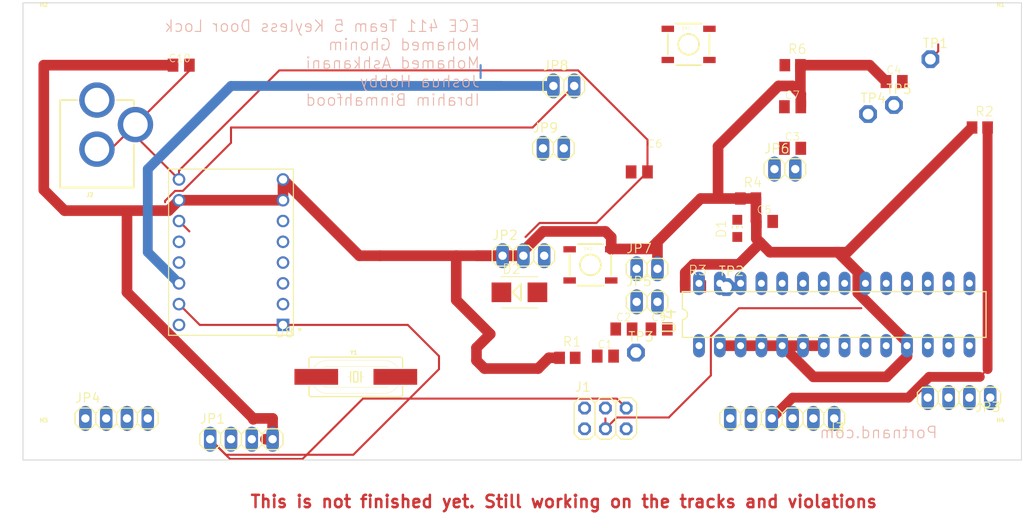
<source format=kicad_pcb>
(kicad_pcb (version 20211014) (generator pcbnew)
  (title_block (title "Keypad Door Lock PCB") (rev "1") (company "ECE 411 Team 5 Practicum"))
  (layers (0 "F.Cu" signal) (31 "B.Cu" signal) (34 "B.Paste" user) (35 "F.Paste" user) (36 "B.SilkS" user "B.Silkscreen") (37 "F.SilkS" user "F.Silkscreen") (38 "B.Mask" user) (39 "F.Mask" user) (44 "Edge.Cuts" user))
  (net 0 "")
  (net 1 "+5V")
  (net 2 "GND")
  (net 3 "Net-(C6-Pad1)")
  (net 4 "Net-(C9-Pad1)")
  (net 5 "Net-(J1-Pad5)")
  (net 6 "Net-(J3-Pad4)")
  (net 7 "Net-(C2-Pad2)")
  (net 8 "Net-(C1-Pad2)")
  (net 9 "Net-(J3-Pad5)")
  (net 10 "Net-(JP3-Pad4)")
  (net 11 "Net-(JP3-Pad3)")
  (net 12 "Net-(JP3-Pad2)")
  (net 13 "Net-(JP3-Pad1)")
  (net 14 "Net-(C3-Pad1)")
  (net 19 "Net-(D1-Pad2)")
  (net 20 "Net-(JP4-Pad4)")
  (net 21 "Net-(J1-Pad4)")
  (net 22 "Net-(J1-Pad1)")
  (net 28 "Net-(J1-Pad3)")
  (net 29 "Net-(JP1-Pad3)")
  (net 30 "Net-(JP1-Pad2)")
  (net 31 "Net-(JP8-Pad2)")
  (net 32 "Net-(JP9-Pad1)")
  (net 33 "Net-(JP9-Pad2)")
  (net 34 "Net-(JP8-Pad1)")
  (net 35 "+12V")
  (footprint "Keyless_Door:1X03" (layer "F.Cu") (at 139.8462 79.174)
    (fp_text reference "JP2" (at -3.8862 -1.8288) (layer "F.SilkS") (effects (font (size 1.143 1.143) (thickness 0.127)) (justify left bottom)))
    (fp_text value "VCC.1 | IN1 | GND")
    (pad "1" thru_hole oval (at -2.54 0 90) (size 3.048 1.524) (drill 1.016) (layers *.Cu *.Mask) (net 1 "+5V"))
    (pad "2" thru_hole oval (at 0 0 90) (size 3.048 1.524) (drill 1.016) (layers *.Cu *.Mask) (net 1 "+5V"))
    (pad "3" thru_hole oval (at 2.54 0 90) (size 3.048 1.524) (drill 1.016) (layers *.Cu *.Mask) (net 2 "GND"))
  )
  (footprint "Keyless_Door:R0805" (layer "F.Cu") (at 160.5584 82.9284)
    (fp_text reference "R3" (at -0.635 -1.27) (layer "F.SilkS") (effects (font (size 1.1684 1.1684) (thickness 0.1016)) (justify left bottom)))
    (fp_text value "1K")
    (pad "1" smd rect (at -0.95 0) (size 1.3 1.5) (layers "F.Cu" "F.Paste" "F.Mask") (net 1 "+5V"))
    (pad "2" smd rect (at 0.95 0) (size 1.3 1.5) (layers "F.Cu" "F.Paste" "F.Mask") (net 9 "Net-(J3-Pad5)"))
  )
  (footprint "Keyless_Door:P1-13" (layer "F.Cu") (at 189.5395 55.1495)
    (fp_text reference "TP1" (at -1.016 -1.27) (layer "F.SilkS") (effects (font (size 1.143 1.143) (thickness 0.127)) (justify left bottom)))
    (fp_text value "TestPoint")
    (pad "TP" thru_hole roundrect (at 0 0) (size 2.159 2.159) (drill 1.3208) (layers *.Cu *.Mask) (chamfer_ratio 0.2928932188) (chamfer top_left top_right bottom_left bottom_right))
  )
  (footprint "Keyless_Door:2X03" (layer "F.Cu") (at 149.86 99.06)
    (property "Value" "")
    (fp_text reference "J1" (at -3.81 -3.175) (layer "F.SilkS") (effects (font (size 1.143 1.143) (thickness 0.127)) (justify left bottom)))
    (fp_text value "3x2 M")
    (pad "1" thru_hole roundrect (at -2.54 1.27) (size 1.55 1.55) (drill 0.95) (layers *.Cu *.Mask) (chamfer_ratio 0.2928932188) (chamfer top_left top_right bottom_left bottom_right) (net 22 "Net-(J1-Pad1)"))
    (pad "2" thru_hole roundrect (at -2.54 -1.27) (size 1.55 1.55) (drill 0.95) (layers *.Cu *.Mask) (chamfer_ratio 0.2928932188) (chamfer top_left top_right bottom_left bottom_right) (net 1 "+5V"))
    (pad "3" thru_hole roundrect (at 0 1.27) (size 1.55 1.55) (drill 0.95) (layers *.Cu *.Mask) (chamfer_ratio 0.2928932188) (chamfer top_left top_right bottom_left bottom_right) (net 28 "Net-(J1-Pad3)"))
    (pad "4" thru_hole roundrect (at 0 -1.27) (size 1.55 1.55) (drill 0.95) (layers *.Cu *.Mask) (chamfer_ratio 0.2928932188) (chamfer top_left top_right bottom_left bottom_right) (net 21 "Net-(J1-Pad4)"))
    (pad "5" thru_hole roundrect (at 2.54 1.27) (size 1.55 1.55) (drill 0.95) (layers *.Cu *.Mask) (chamfer_ratio 0.2928932188) (chamfer top_left top_right bottom_left bottom_right) (net 5 "Net-(J1-Pad5)"))
    (pad "6" thru_hole roundrect (at 2.54 -1.27) (size 1.55 1.55) (drill 0.95) (layers *.Cu *.Mask) (chamfer_ratio 0.2928932188) (chamfer top_left top_right bottom_left bottom_right) (net 2 "GND"))
  )
  (footprint "Keyless_Door:1X04" (layer "F.Cu") (at 90.17 99.06)
    (fp_text reference "JP4" (at -5.1562 -1.8288) (layer "F.SilkS") (effects (font (size 1.143 1.143) (thickness 0.127)) (justify left bottom)))
    (fp_text value "PINHD-1X4")
    (pad "1" thru_hole oval (at -3.81 0 90) (size 3.048 1.524) (drill 1.016) (layers *.Cu *.Mask) (net 28 "Net-(J1-Pad3)"))
    (pad "2" thru_hole oval (at -1.27 0 90) (size 3.048 1.524) (drill 1.016) (layers *.Cu *.Mask) (net 22 "Net-(J1-Pad1)"))
    (pad "3" thru_hole oval (at 1.27 0 90) (size 3.048 1.524) (drill 1.016) (layers *.Cu *.Mask) (net 21 "Net-(J1-Pad4)"))
    (pad "4" thru_hole oval (at 3.81 0 90) (size 3.048 1.524) (drill 1.016) (layers *.Cu *.Mask) (net 20 "Net-(JP4-Pad4)"))
  )
  (footprint "Keyless_Door:P1-13" (layer "F.Cu") (at 153.5895 91.0095)
    (fp_text reference "TP3" (at -1.016 -1.27) (layer "F.SilkS") (effects (font (size 1.143 1.143) (thickness 0.127)) (justify left bottom)))
    (fp_text value "TestPoint")
    (pad "TP" thru_hole roundrect (at 0 0) (size 2.159 2.159) (drill 1.3208) (layers *.Cu *.Mask) (chamfer_ratio 0.2928932188) (chamfer top_left top_right bottom_left bottom_right))
  )
  (footprint "Keyless_Door:C0805K" (layer "F.Cu") (at 154 68.93)
    (fp_text reference "C6" (at 0.94 -2.89) (layer "F.SilkS") (effects (font (size 0.93472 0.93472) (thickness 0.08128)) (justify left bottom)))
    (fp_text value "10u")
    (pad "1" smd rect (at -1 0) (size 1.3 1.6) (layers "F.Cu" "F.Paste" "F.Mask") (net 3 "Net-(C6-Pad1)"))
    (pad "2" smd rect (at 1 0) (size 1.3 1.6) (layers "F.Cu" "F.Paste" "F.Mask") (net 2 "GND"))
  )
  (footprint "Keyless_Door:C0805K" (layer "F.Cu") (at 172.72 60.96)
    (fp_text reference "C7" (at -1 -0.875) (layer "F.SilkS") (effects (font (size 0.93472 0.93472) (thickness 0.08128)) (justify left bottom)))
    (fp_text value "100u")
    (pad "1" smd rect (at -1 0) (size 1.3 1.6) (layers "F.Cu" "F.Paste" "F.Mask") (net 2 "GND"))
    (pad "2" smd rect (at 1 0) (size 1.3 1.6) (layers "F.Cu" "F.Paste" "F.Mask") (net 1 "+5V"))
  )
  (footprint "Keyless_Door:C0805K" (layer "F.Cu") (at 98.06 55.88)
    (fp_text reference "C10" (at -1.6 -0.29) (layer "F.SilkS") (effects (font (size 0.93472 0.93472) (thickness 0.08128)) (justify left bottom)))
    (fp_text value "100n")
    (pad "1" smd rect (at -1 0) (size 1.3 1.6) (layers "F.Cu" "F.Paste" "F.Mask") (net 1 "+5V"))
    (pad "2" smd rect (at 1 0) (size 1.3 1.6) (layers "F.Cu" "F.Paste" "F.Mask") (net 2 "GND"))
  )
  (footprint "Keyless_Door:P1-13" (layer "F.Cu") (at 185.0895 60.7595)
    (fp_text reference "TP5" (at -1.016 -1.27) (layer "F.SilkS") (effects (font (size 1.143 1.143) (thickness 0.127)) (justify left bottom)))
    (fp_text value "TestPoint")
    (pad "TP" thru_hole roundrect (at 0 0) (size 2.159 2.159) (drill 1.3208) (layers *.Cu *.Mask) (chamfer_ratio 0.2928932188) (chamfer top_left top_right bottom_left bottom_right))
  )
  (footprint "Keyless_Door:C0805K" (layer "F.Cu") (at 152.12 88.13)
    (fp_text reference "C2" (at -1 -0.875) (layer "F.SilkS") (effects (font (size 0.93472 0.93472) (thickness 0.08128)) (justify left bottom)))
    (fp_text value "30p")
    (pad "1" smd rect (at -1 0) (size 1.3 1.6) (layers "F.Cu" "F.Paste" "F.Mask") (net 2 "GND"))
    (pad "2" smd rect (at 1 0) (size 1.3 1.6) (layers "F.Cu" "F.Paste" "F.Mask") (net 7 "Net-(C2-Pad2)"))
  )
  (footprint "Keyless_Door:STAND-OFF" (layer "F.Cu") (at 81.28 101.6)
    (fp_text reference "H3" (at 0 -2.032) (layer "F.SilkS") (effects (font (size 0.48768 0.48768) (thickness 0.12192)) (justify bottom)))
    (fp_text value "STAND-OFF")
    (pad "" np_thru_hole circle (at 0 0) (size 3.302 3.302) (drill 3.302) (layers *.Cu *.Mask))
  )
  (footprint "Keyless_Door:P1-13" (layer "F.Cu") (at 181.9395 61.8595)
    (fp_text reference "TP4" (at -1.016 -1.27) (layer "F.SilkS") (effects (font (size 1.143 1.143) (thickness 0.127)) (justify left bottom)))
    (fp_text value "TestPoint")
    (pad "TP" thru_hole roundrect (at 0 0) (size 2.159 2.159) (drill 1.3208) (layers *.Cu *.Mask) (chamfer_ratio 0.2928932188) (chamfer top_left top_right bottom_left bottom_right))
  )
  (footprint "Keyless_Door:R0805" (layer "F.Cu") (at 145.2184 91.6484)
    (fp_text reference "R1" (at -0.635 -1.27) (layer "F.SilkS") (effects (font (size 1.1684 1.1684) (thickness 0.1016)) (justify left bottom)))
    (fp_text value "10K")
    (pad "1" smd rect (at -0.95 0) (size 1.3 1.5) (layers "F.Cu" "F.Paste" "F.Mask") (net 1 "+5V"))
    (pad "2" smd rect (at 0.95 0) (size 1.3 1.5) (layers "F.Cu" "F.Paste" "F.Mask") (net 5 "Net-(J1-Pad5)"))
  )
  (footprint "Keyless_Door:C0805K" (layer "F.Cu") (at 149.86 91.44)
    (fp_text reference "C1" (at -1 -0.875) (layer "F.SilkS") (effects (font (size 0.93472 0.93472) (thickness 0.08128)) (justify left bottom)))
    (fp_text value "30p")
    (pad "1" smd rect (at -1 0) (size 1.3 1.6) (layers "F.Cu" "F.Paste" "F.Mask") (net 2 "GND"))
    (pad "2" smd rect (at 1 0) (size 1.3 1.6) (layers "F.Cu" "F.Paste" "F.Mask") (net 8 "Net-(C1-Pad2)"))
  )
  (footprint "Keyless_Door:TACTILE_SWITCH_SMD" (layer "F.Cu") (at 160.02 53.34)
    (fp_text reference "SW1" (at -0.889 -1.778) (layer "F.SilkS") (effects (font (size 0.373888 0.373888) (thickness 0.032512)) (justify left bottom)))
    (fp_text value "Reset")
    (pad "1" smd rect (at -2.54 -1.905 90) (size 0.762 1.524) (layers "F.Cu" "F.Paste" "F.Mask") (net 2 "GND"))
    (pad "2" smd rect (at 2.54 -1.905 90) (size 0.762 1.524) (layers "F.Cu" "F.Paste" "F.Mask") (net 5 "Net-(J1-Pad5)"))
    (pad "3" smd rect (at -2.54 1.905 90) (size 0.762 1.524) (layers "F.Cu" "F.Paste" "F.Mask"))
    (pad "4" smd rect (at 2.54 1.905 90) (size 0.762 1.524) (layers "F.Cu" "F.Paste" "F.Mask"))
  )
  (footprint "Keyless_Door:C0805K" (layer "F.Cu") (at 156.42 88.13)
    (fp_text reference "C9" (at -1 -0.875) (layer "F.SilkS") (effects (font (size 0.93472 0.93472) (thickness 0.08128)) (justify left bottom)))
    (fp_text value "100u")
    (pad "1" smd rect (at -1 0) (size 1.3 1.6) (layers "F.Cu" "F.Paste" "F.Mask") (net 4 "Net-(C9-Pad1)"))
    (pad "2" smd rect (at 1 0) (size 1.3 1.6) (layers "F.Cu" "F.Paste" "F.Mask") (net 2 "GND"))
  )
  (footprint "Keyless_Door:MODULE_A4988_STEPPER_MOTOR_DRIVER_CARRIER" (layer "F.Cu") (at 104.14 78.74 180)
    (fp_text reference "U8" (at -7.75 -10.5) (layer "F.SilkS") (effects (font (size 1.1684 1.1684) (thickness 0.1016)) (justify right bottom)))
    (fp_text value "A4988_STEPPER_MOTOR_DRIVER_CARRIER")
    (pad "1" thru_hole rect (at -6.35 -8.89 180) (size 1.53 1.53) (drill 1.02) (layers *.Cu *.Mask) (net 2 "GND"))
    (pad "2" thru_hole circle (at -6.35 -6.35 180) (size 1.53 1.53) (drill 1.02) (layers *.Cu *.Mask))
    (pad "3" thru_hole circle (at -6.35 -3.81 180) (size 1.53 1.53) (drill 1.02) (layers *.Cu *.Mask))
    (pad "4" thru_hole circle (at -6.35 -1.27 180) (size 1.53 1.53) (drill 1.02) (layers *.Cu *.Mask))
    (pad "5" thru_hole circle (at -6.35 1.27 180) (size 1.53 1.53) (drill 1.02) (layers *.Cu *.Mask))
    (pad "6" thru_hole circle (at -6.35 3.81 180) (size 1.53 1.53) (drill 1.02) (layers *.Cu *.Mask))
    (pad "7" thru_hole circle (at -6.35 6.35 180) (size 1.53 1.53) (drill 1.02) (layers *.Cu *.Mask) (net 1 "+5V"))
    (pad "8" thru_hole circle (at -6.35 8.89 180) (size 1.53 1.53) (drill 1.02) (layers *.Cu *.Mask) (net 1 "+5V"))
    (pad "9" thru_hole circle (at 6.35 8.89) (size 1.53 1.53) (drill 1.02) (layers *.Cu *.Mask) (net 2 "GND"))
    (pad "10" thru_hole circle (at 6.35 6.35) (size 1.53 1.53) (drill 1.02) (layers *.Cu *.Mask) (net 1 "+5V"))
    (pad "11" thru_hole circle (at 6.35 3.81) (size 1.53 1.53) (drill 1.02) (layers *.Cu *.Mask) (net 31 "Net-(JP8-Pad2)"))
    (pad "12" thru_hole circle (at 6.35 1.27) (size 1.53 1.53) (drill 1.02) (layers *.Cu *.Mask) (net 32 "Net-(JP9-Pad1)"))
    (pad "13" thru_hole circle (at 6.35 -1.27) (size 1.53 1.53) (drill 1.02) (layers *.Cu *.Mask) (net 33 "Net-(JP9-Pad2)"))
    (pad "14" thru_hole circle (at 6.35 -3.81) (size 1.53 1.53) (drill 1.02) (layers *.Cu *.Mask) (net 34 "Net-(JP8-Pad1)"))
    (pad "15" thru_hole circle (at 6.35 -6.35) (size 1.53 1.53) (drill 1.02) (layers *.Cu *.Mask) (net 2 "GND"))
    (pad "16" thru_hole circle (at 6.35 -8.89) (size 1.53 1.53) (drill 1.02) (layers *.Cu *.Mask) (net 4 "Net-(C9-Pad1)"))
  )
  (footprint "Keyless_Door:HC49UP" (layer "F.Cu") (at 119.38 93.98)
    (fp_text reference "Y1" (at -0.254 -2.667) (layer "F.SilkS") (effects (font (size 0.48768 0.48768) (thickness 0.12192)) (justify bottom)))
    (fp_text value "Crystal")
    (pad "1" smd rect (at -4.826 0) (size 5.334 1.9304) (layers "F.Cu" "F.Paste" "F.Mask") (net 7 "Net-(C2-Pad2)"))
    (pad "2" smd rect (at 4.826 0) (size 5.334 1.9304) (layers "F.Cu" "F.Paste" "F.Mask") (net 8 "Net-(C1-Pad2)"))
  )
  (footprint "Keyless_Door:C0805K" (layer "F.Cu") (at 169.29 74.98)
    (fp_text reference "C5" (at -1 -0.875) (layer "F.SilkS") (effects (font (size 0.93472 0.93472) (thickness 0.08128)) (justify left bottom)))
    (fp_text value "100n")
    (pad "1" smd rect (at -1 0) (size 1.3 1.6) (layers "F.Cu" "F.Paste" "F.Mask") (net 1 "+5V"))
    (pad "2" smd rect (at 1 0) (size 1.3 1.6) (layers "F.Cu" "F.Paste" "F.Mask") (net 2 "GND"))
  )
  (footprint "Keyless_Door:P1-13" (layer "F.Cu") (at 164.6295 82.9995)
    (fp_text reference "TP2" (at -1.016 -1.27) (layer "F.SilkS") (effects (font (size 1.143 1.143) (thickness 0.127)) (justify left bottom)))
    (fp_text value "TestPoint")
    (pad "TP" thru_hole roundrect (at 0 0) (size 2.159 2.159) (drill 1.3208) (layers *.Cu *.Mask) (chamfer_ratio 0.2928932188) (chamfer top_left top_right bottom_left bottom_right))
  )
  (footprint "Keyless_Door:C0805K" (layer "F.Cu") (at 172.72 66.04)
    (fp_text reference "C3" (at -1 -0.875) (layer "F.SilkS") (effects (font (size 0.93472 0.93472) (thickness 0.08128)) (justify left bottom)))
    (fp_text value "100n")
    (pad "1" smd rect (at -1 0) (size 1.3 1.6) (layers "F.Cu" "F.Paste" "F.Mask") (net 14 "Net-(C3-Pad1)"))
    (pad "2" smd rect (at 1 0) (size 1.3 1.6) (layers "F.Cu" "F.Paste" "F.Mask") (net 2 "GND"))
  )
  (footprint "Keyless_Door:1X02" (layer "F.Cu") (at 154.9462 84.814)
    (fp_text reference "JP5" (at -2.6162 -1.8288) (layer "F.SilkS") (effects (font (size 1.143 1.143) (thickness 0.127)) (justify left bottom)))
    (fp_text value "COM | NO")
    (pad "1" thru_hole oval (at -1.27 0 90) (size 3.048 1.524) (drill 1.016) (layers *.Cu *.Mask) (net 4 "Net-(C9-Pad1)"))
    (pad "2" thru_hole oval (at 1.27 0 90) (size 3.048 1.524) (drill 1.016) (layers *.Cu *.Mask) (net 35 "+12V"))
  )
  (footprint "Keyless_Door:STAND-OFF" (layer "F.Cu") (at 198.12 50.8)
    (fp_text reference "H1" (at 0 -2.032) (layer "F.SilkS") (effects (font (size 0.48768 0.48768) (thickness 0.12192)) (justify bottom)))
    (fp_text value "STAND-OFF")
    (pad "" np_thru_hole circle (at 0 0) (size 3.302 3.302) (drill 3.302) (layers *.Cu *.Mask))
  )
  (footprint "Keyless_Door:1X04" (layer "F.Cu") (at 105.41 101.6)
    (fp_text reference "JP1" (at -5.1562 -1.8288) (layer "F.SilkS") (effects (font (size 1.143 1.143) (thickness 0.127)) (justify left bottom)))
    (fp_text value "1x4 Pin Conn.")
    (pad "1" thru_hole oval (at -3.81 0 90) (size 3.048 1.524) (drill 1.016) (layers *.Cu *.Mask) (net 2 "GND"))
    (pad "2" thru_hole oval (at -1.27 0 90) (size 3.048 1.524) (drill 1.016) (layers *.Cu *.Mask) (net 30 "Net-(JP1-Pad2)"))
    (pad "3" thru_hole oval (at 1.27 0 90) (size 3.048 1.524) (drill 1.016) (layers *.Cu *.Mask) (net 29 "Net-(JP1-Pad3)"))
    (pad "4" thru_hole oval (at 3.81 0 90) (size 3.048 1.524) (drill 1.016) (layers *.Cu *.Mask) (net 1 "+5V"))
  )
  (footprint "Keyless_Door:R0805" (layer "F.Cu") (at 172.72 55.88)
    (fp_text reference "R6" (at -0.635 -1.27) (layer "F.SilkS") (effects (font (size 1.1684 1.1684) (thickness 0.1016)) (justify left bottom)))
    (fp_text value "1k")
    (pad "1" smd rect (at -0.95 0) (size 1.3 1.5) (layers "F.Cu" "F.Paste" "F.Mask") (net 19 "Net-(D1-Pad2)"))
    (pad "2" smd rect (at 0.95 0) (size 1.3 1.5) (layers "F.Cu" "F.Paste" "F.Mask") (net 1 "+5V"))
  )
  (footprint "Keyless_Door:1X02" (layer "F.Cu") (at 144.78 58.42)
    (fp_text reference "JP8" (at -2.6162 -1.8288) (layer "F.SilkS") (effects (font (size 1.143 1.143) (thickness 0.127)) (justify left bottom)))
    (fp_text value "2B+ & 1B-")
    (pad "1" thru_hole oval (at -1.27 0 90) (size 3.048 1.524) (drill 1.016) (layers *.Cu *.Mask) (net 34 "Net-(JP8-Pad1)"))
    (pad "2" thru_hole oval (at 1.27 0 90) (size 3.048 1.524) (drill 1.016) (layers *.Cu *.Mask) (net 31 "Net-(JP8-Pad2)"))
  )
  (footprint "Keyless_Door:1X06" (layer "F.Cu") (at 171.45 99.06 180)
    (property "Value" "")
    (fp_text reference "J3" (at -7.6962 -1.8288) (layer "F.SilkS") (effects (font (size 1.143 1.143) (thickness 0.127)) (justify right bottom)))
    (fp_text value "1x6 M")
    (pad "1" thru_hole oval (at -6.35 0 270) (size 3.048 1.524) (drill 1.016) (layers *.Cu *.Mask) (net 2 "GND"))
    (pad "2" thru_hole oval (at -3.81 0 270) (size 3.048 1.524) (drill 1.016) (layers *.Cu *.Mask))
    (pad "3" thru_hole oval (at -1.27 0 270) (size 3.048 1.524) (drill 1.016) (layers *.Cu *.Mask) (net 6 "Net-(J3-Pad4)"))
    (pad "4" thru_hole oval (at 1.27 0 270) (size 3.048 1.524) (drill 1.016) (layers *.Cu *.Mask) (net 6 "Net-(J3-Pad4)"))
    (pad "5" thru_hole oval (at 3.81 0 270) (size 3.048 1.524) (drill 1.016) (layers *.Cu *.Mask) (net 9 "Net-(J3-Pad5)"))
    (pad "6" thru_hole oval (at 6.35 0 270) (size 3.048 1.524) (drill 1.016) (layers *.Cu *.Mask))
  )
  (footprint "Keyless_Door:TACTILE_SWITCH_SMD" (layer "F.Cu") (at 148.032 80.2916)
    (fp_text reference "SW2" (at -0.889 -1.778) (layer "F.SilkS") (effects (font (size 0.373888 0.373888) (thickness 0.032512)) (justify left bottom)))
    (fp_text value "Open")
    (pad "1" smd rect (at -2.54 -1.905 90) (size 0.762 1.524) (layers "F.Cu" "F.Paste" "F.Mask") (net 2 "GND"))
    (pad "2" smd rect (at 2.54 -1.905 90) (size 0.762 1.524) (layers "F.Cu" "F.Paste" "F.Mask") (net 1 "+5V"))
    (pad "3" smd rect (at -2.54 1.905 90) (size 0.762 1.524) (layers "F.Cu" "F.Paste" "F.Mask"))
    (pad "4" smd rect (at 2.54 1.905 90) (size 0.762 1.524) (layers "F.Cu" "F.Paste" "F.Mask"))
  )
  (footprint "Keyless_Door:C0805K" (layer "F.Cu") (at 185.12 57.88)
    (fp_text reference "C4" (at -1 -0.875) (layer "F.SilkS") (effects (font (size 0.93472 0.93472) (thickness 0.08128)) (justify left bottom)))
    (fp_text value "100n")
    (pad "1" smd rect (at -1 0) (size 1.3 1.6) (layers "F.Cu" "F.Paste" "F.Mask") (net 1 "+5V"))
    (pad "2" smd rect (at 1 0) (size 1.3 1.6) (layers "F.Cu" "F.Paste" "F.Mask") (net 2 "GND"))
  )
  (footprint "Keyless_Door:CHIP-LED0805" (layer "F.Cu") (at 165.9658 75.83)
    (fp_text reference "D1" (at -1.27 1.27 90) (layer "F.SilkS") (effects (font (size 1.1684 1.1684) (thickness 0.1016)) (justify left bottom)))
    (fp_text value "LED")
    (pad "A" smd rect (at 0 1.05) (size 1.2 1.2) (layers "F.Cu" "F.Paste" "F.Mask"))
    (pad "C" smd rect (at 0 -1.05) (size 1.2 1.2) (layers "F.Cu" "F.Paste" "F.Mask"))
  )
  (footprint "Keyless_Door:R0805" (layer "F.Cu") (at 167.2884 72.1784)
    (fp_text reference "R4" (at -0.635 -1.27) (layer "F.SilkS") (effects (font (size 1.1684 1.1684) (thickness 0.1016)) (justify left bottom)))
    (fp_text value "10K")
    (pad "1" smd rect (at -0.95 0) (size 1.3 1.5) (layers "F.Cu" "F.Paste" "F.Mask") (net 1 "+5V"))
    (pad "2" smd rect (at 0.95 0) (size 1.3 1.5) (layers "F.Cu" "F.Paste" "F.Mask") (net 1 "+5V"))
  )
  (footprint "Keyless_Door:1X02" (layer "F.Cu") (at 171.7762 68.584)
    (fp_text reference "JP6" (at -2.6162 -1.8288) (layer "F.SilkS") (effects (font (size 1.143 1.143) (thickness 0.127)) (justify left bottom)))
    (fp_text value "IN- & IN+")
    (pad "1" thru_hole oval (at -1.27 0 90) (size 3.048 1.524) (drill 1.016) (layers *.Cu *.Mask) (net 3 "Net-(C6-Pad1)"))
    (pad "2" thru_hole oval (at 1.27 0 90) (size 3.048 1.524) (drill 1.016) (layers *.Cu *.Mask) (net 2 "GND"))
  )
  (footprint "Keyless_Door:STAND-OFF" (layer "F.Cu") (at 81.28 50.8)
    (fp_text reference "H2" (at 0 -2.032) (layer "F.SilkS") (effects (font (size 0.48768 0.48768) (thickness 0.12192)) (justify bottom)))
    (fp_text value "STAND-OFF")
    (pad "" np_thru_hole circle (at 0 0) (size 3.302 3.302) (drill 3.302) (layers *.Cu *.Mask))
  )
  (footprint "Keyless_Door:R0805" (layer "F.Cu") (at 195.58 63.5)
    (fp_text reference "R2" (at -0.635 -1.27) (layer "F.SilkS") (effects (font (size 1.1684 1.1684) (thickness 0.1016)) (justify left bottom)))
    (fp_text value "1K")
    (pad "1" smd rect (at -0.95 0) (size 1.3 1.5) (layers "F.Cu" "F.Paste" "F.Mask") (net 1 "+5V"))
    (pad "2" smd rect (at 0.95 0) (size 1.3 1.5) (layers "F.Cu" "F.Paste" "F.Mask") (net 6 "Net-(J3-Pad4)"))
  )
  (footprint "Keyless_Door:STAND-OFF" (layer "F.Cu") (at 198.12 101.6)
    (fp_text reference "H4" (at 0 -2.032) (layer "F.SilkS") (effects (font (size 0.48768 0.48768) (thickness 0.12192)) (justify bottom)))
    (fp_text value "STAND-OFF")
    (pad "" np_thru_hole circle (at 0 0) (size 3.302 3.302) (drill 3.302) (layers *.Cu *.Mask))
  )
  (footprint "Keyless_Door:DIL28-3" (layer "F.Cu") (at 177.8 86.36)
    (fp_text reference "U4" (at -19.2024 2.54 90) (layer "F.SilkS") (effects (font (size 1.6002 1.6002) (thickness 0.1778)) (justify left bottom)))
    (fp_text value "ATMEGA328P-PU")
    (pad "1" thru_hole oval (at -16.51 3.81 90) (size 2.8448 1.4224) (drill 0.85) (layers *.Cu *.Mask) (net 5 "Net-(J1-Pad5)"))
    (pad "2" thru_hole oval (at -13.97 3.81 90) (size 2.8448 1.4224) (drill 0.85) (layers *.Cu *.Mask) (net 1 "+5V"))
    (pad "3" thru_hole oval (at -11.43 3.81 90) (size 2.8448 1.4224) (drill 0.85) (layers *.Cu *.Mask) (net 1 "+5V"))
    (pad "4" thru_hole oval (at -8.89 3.81 90) (size 2.8448 1.4224) (drill 0.85) (layers *.Cu *.Mask) (net 1 "+5V"))
    (pad "5" thru_hole oval (at -6.35 3.81 90) (size 2.8448 1.4224) (drill 0.85) (layers *.Cu *.Mask) (net 1 "+5V"))
    (pad "6" thru_hole oval (at -3.81 3.81 90) (size 2.8448 1.4224) (drill 0.85) (layers *.Cu *.Mask) (net 1 "+5V"))
    (pad "7" thru_hole oval (at -1.27 3.81 90) (size 2.8448 1.4224) (drill 0.85) (layers *.Cu *.Mask) (net 1 "+5V"))
    (pad "8" thru_hole oval (at 1.27 3.81 90) (size 2.8448 1.4224) (drill 0.85) (layers *.Cu *.Mask) (net 2 "GND"))
    (pad "9" thru_hole oval (at 3.81 3.81 90) (size 2.8448 1.4224) (drill 0.85) (layers *.Cu *.Mask) (net 7 "Net-(C2-Pad2)"))
    (pad "10" thru_hole oval (at 6.35 3.81 90) (size 2.8448 1.4224) (drill 0.85) (layers *.Cu *.Mask) (net 8 "Net-(C1-Pad2)"))
    (pad "11" thru_hole oval (at 8.89 3.81 90) (size 2.8448 1.4224) (drill 0.85) (layers *.Cu *.Mask) (net 1 "+5V"))
    (pad "12" thru_hole oval (at 11.43 3.81 90) (size 2.8448 1.4224) (drill 0.85) (layers *.Cu *.Mask) (net 10 "Net-(JP3-Pad4)"))
    (pad "13" thru_hole oval (at 13.97 3.81 90) (size 2.8448 1.4224) (drill 0.85) (layers *.Cu *.Mask) (net 11 "Net-(JP3-Pad3)"))
    (pad "14" thru_hole oval (at 16.51 3.81 90) (size 2.8448 1.4224) (drill 0.85) (layers *.Cu *.Mask) (net 12 "Net-(JP3-Pad2)"))
    (pad "15" thru_hole oval (at 16.51 -3.81 90) (size 2.8448 1.4224) (drill 0.85) (layers *.Cu *.Mask) (net 13 "Net-(JP3-Pad1)"))
    (pad "16" thru_hole oval (at 13.97 -3.81 90) (size 2.8448 1.4224) (drill 0.85) (layers *.Cu *.Mask) (net 20 "Net-(JP4-Pad4)"))
    (pad "17" thru_hole oval (at 11.43 -3.81 90) (size 2.8448 1.4224) (drill 0.85) (layers *.Cu *.Mask) (net 21 "Net-(J1-Pad4)"))
    (pad "18" thru_hole oval (at 8.89 -3.81 90) (size 2.8448 1.4224) (drill 0.85) (layers *.Cu *.Mask) (net 22 "Net-(J1-Pad1)"))
    (pad "19" thru_hole oval (at 6.35 -3.81 90) (size 2.8448 1.4224) (drill 0.85) (layers *.Cu *.Mask) (net 28 "Net-(J1-Pad3)"))
    (pad "20" thru_hole oval (at 3.81 -3.81 90) (size 2.8448 1.4224) (drill 0.85) (layers *.Cu *.Mask) (net 1 "+5V"))
    (pad "21" thru_hole oval (at 1.27 -3.81 90) (size 2.8448 1.4224) (drill 0.85) (layers *.Cu *.Mask) (net 14 "Net-(C3-Pad1)"))
    (pad "22" thru_hole oval (at -1.27 -3.81 90) (size 2.8448 1.4224) (drill 0.85) (layers *.Cu *.Mask) (net 2 "GND"))
    (pad "23" thru_hole oval (at -3.81 -3.81 90) (size 2.8448 1.4224) (drill 0.85) (layers *.Cu *.Mask))
    (pad "24" thru_hole oval (at -6.35 -3.81 90) (size 2.8448 1.4224) (drill 0.85) (layers *.Cu *.Mask))
    (pad "25" thru_hole oval (at -8.89 -3.81 90) (size 2.8448 1.4224) (drill 0.85) (layers *.Cu *.Mask))
    (pad "26" thru_hole oval (at -11.43 -3.81 90) (size 2.8448 1.4224) (drill 0.85) (layers *.Cu *.Mask))
    (pad "27" thru_hole oval (at -13.97 -3.81 90) (size 2.8448 1.4224) (drill 0.85) (layers *.Cu *.Mask) (net 29 "Net-(JP1-Pad3)"))
    (pad "28" thru_hole oval (at -16.51 -3.81 90) (size 2.8448 1.4224) (drill 0.85) (layers *.Cu *.Mask) (net 30 "Net-(JP1-Pad2)"))
  )
  (footprint "Keyless_Door:SMB" (layer "F.Cu") (at 139.36 83.6458)
    (property "Value" "")
    (fp_text reference "D2" (at -2.159 -2.159) (layer "F.SilkS") (effects (font (size 1.1684 1.1684) (thickness 0.1016)) (justify left bottom)))
    (fp_text value "M7")
    (pad "A" smd rect (at 2.2 0) (size 2.4 2.4) (layers "F.Cu" "F.Paste" "F.Mask") (net 35 "+12V"))
    (pad "C" smd rect (at -2.2 0) (size 2.4 2.4) (layers "F.Cu" "F.Paste" "F.Mask") (net 3 "Net-(C6-Pad1)"))
  )
  (footprint "Keyless_Door:1X02" (layer "F.Cu") (at 143.51 66.04)
    (fp_text reference "JP9" (at -2.6162 -1.8288) (layer "F.SilkS") (effects (font (size 1.143 1.143) (thickness 0.127)) (justify left bottom)))
    (fp_text value "1A+ & 2A-")
    (pad "1" thru_hole oval (at -1.27 0 90) (size 3.048 1.524) (drill 1.016) (layers *.Cu *.Mask) (net 32 "Net-(JP9-Pad1)"))
    (pad "2" thru_hole oval (at 1.27 0 90) (size 3.048 1.524) (drill 1.016) (layers *.Cu *.Mask) (net 33 "Net-(JP9-Pad2)"))
  )
  (footprint "Keyless_Door:1X04" (layer "F.Cu") (at 193.04 96.52 180)
    (fp_text reference "JP3" (at -5.1562 -1.8288) (layer "F.SilkS") (effects (font (size 1.143 1.143) (thickness 0.127)) (justify right bottom)))
    (fp_text value "PINHD-1X4")
    (pad "1" thru_hole oval (at -3.81 0 270) (size 3.048 1.524) (drill 1.016) (layers *.Cu *.Mask) (net 13 "Net-(JP3-Pad1)"))
    (pad "2" thru_hole oval (at -1.27 0 270) (size 3.048 1.524) (drill 1.016) (layers *.Cu *.Mask) (net 12 "Net-(JP3-Pad2)"))
    (pad "3" thru_hole oval (at 1.27 0 270) (size 3.048 1.524) (drill 1.016) (layers *.Cu *.Mask) (net 11 "Net-(JP3-Pad3)"))
    (pad "4" thru_hole oval (at 3.81 0 270) (size 3.048 1.524) (drill 1.016) (layers *.Cu *.Mask) (net 6 "Net-(J3-Pad4)"))
  )
  (footprint "Keyless_Door:1X02" (layer "F.Cu") (at 154.9462 80.774)
    (fp_text reference "JP7" (at -2.6162 -1.8288) (layer "F.SilkS") (effects (font (size 1.143 1.143) (thickness 0.127)) (justify left bottom)))
    (fp_text value "OUT- & OUT+")
    (pad "1" thru_hole oval (at -1.27 0 90) (size 3.048 1.524) (drill 1.016) (layers *.Cu *.Mask) (net 2 "GND"))
    (pad "2" thru_hole oval (at 1.27 0 90) (size 3.048 1.524) (drill 1.016) (layers *.Cu *.Mask) (net 1 "+5V"))
  )
  (footprint "Keyless_Door:POWER_JACK_PTH" (layer "F.Cu") (at 87.7713 73.8445)
    (property "Value" "")
    (fp_text reference "J2" (at -1.3716 -1.8288) (layer "F.SilkS") (effects (font (size 0.48768 0.48768) (thickness 0.12192)) (justify left bottom)))
    (fp_text value "Power Jack")
    (pad "GND" thru_hole circle (at 0 -7.7) (size 4.318 4.318) (drill 2.9972) (layers *.Cu *.Mask) (net 2 "GND"))
    (pad "GNDBREAK" thru_hole circle (at 4.7 -10.7 90) (size 4.318 4.318) (drill 2.9972) (layers *.Cu *.Mask) (net 2 "GND"))
    (pad "PWR" thru_hole circle (at 0 -13.7) (size 4.318 4.318) (drill 2.9972) (layers *.Cu *.Mask) (net 35 "+12V"))
  )
  (gr_line (start 78.74 48.26) (end 78.74 104.14) (layer "Edge.Cuts") (width 0.1))
  (gr_line (start 78.74 104.14) (end 200.66 104.14) (layer "Edge.Cuts") (width 0.1))
  (gr_line (start 200.66 104.14) (end 200.66 48.26) (layer "Edge.Cuts") (width 0.1))
  (gr_line (start 200.66 48.26) (end 78.74 48.26) (layer "Edge.Cuts") (width 0.1))
  (gr_text "This is not finished yet. Still working on the tracks and violations" (at 144.78 109.22) (layer "F.Cu") (effects (font (size 1.5 1.5) (thickness 0.3))))
  (gr_text "Portnand.com" (at 190.5 101.6) (layer "B.SilkS") (effects (font (size 1.40208 1.40208) (thickness 0.12192)) (justify left bottom mirror)))
  (gr_text "ECE 411 Team 5 Keyless Door Lock\nMohamed Ghonim\nMohamed Ashkanani\nJoshua Hobby\nIbrahim Binmahfood" (at 134.62 60.96) (layer "B.SilkS") (effects (font (size 1.40208 1.40208) (thickness 0.12192)) (justify left bottom mirror)))
  (segment (start 189.5395 55.1495) (end 190.5 54.189) (width 0.25) (layer "F.Cu") (net 0))
  (segment (start 190.5 54.189) (end 190.5 53.34) (width 0.25) (layer "F.Cu") (net 0))
  (segment (start 134.62 55.88) (end 134.62 57.441) (width 0.25) (layer "B.Cu") (net 0))
  (segment (start 91.44 73.66) (end 91.44 83.640323) (width 1.3) (layer "F.Cu") (net 1))
  (segment (start 178.255438 78.74) (end 181.61 82.094562) (width 1.3) (layer "F.Cu") (net 1))
  (segment (start 83.82 73.66) (end 91.44 73.66) (width 1.3) (layer "F.Cu") (net 1))
  (segment (start 110.49 69.85) (end 119.814 79.174) (width 1.3) (layer "F.Cu") (net 1))
  (segment (start 171.45 90.17) (end 176.53 90.17) (width 1.3) (layer "F.Cu") (net 1))
  (segment (start 142.24 76.2) (end 149.86 76.2) (width 1.3) (layer "F.Cu") (net 1))
  (segment (start 135.7962 88.7462) (end 134.1172 90.4252) (width 1.3) (layer "F.Cu") (net 1))
  (segment (start 134.186 79.174) (end 139.8462 79.174) (width 1.3) (layer "F.Cu") (net 1))
  (segment (start 149.86 76.2) (end 150.572 76.912) (width 1.3) (layer "F.Cu") (net 1))
  (segment (start 161.5016 72.1784) (end 163.6184 72.1784) (width 1.3) (layer "F.Cu") (net 1))
  (segment (start 181.61 82.094562) (end 181.61 82.55) (width 1.3) (layer "F.Cu") (net 1))
  (segment (start 97.79 72.39) (end 110.49 72.39) (width 1.3) (layer "F.Cu") (net 1))
  (segment (start 139.8462 78.5938) (end 142.24 76.2) (width 1.3) (layer "F.Cu") (net 1))
  (segment (start 110.49 72.39) (end 110.49 69.85) (width 1.3) (layer "F.Cu") (net 1))
  (segment (start 160.620962 80.2236) (end 159.6084 81.236162) (width 1.3) (layer "F.Cu") (net 1))
  (segment (start 81.28 71.12) (end 83.82 73.66) (width 1.3) (layer "F.Cu") (net 1))
  (segment (start 173.67 59.37) (end 173.67 55.88) (width 1.3) (layer "F.Cu") (net 1))
  (segment (start 131.646 84.596) (end 135.7962 88.7462) (width 1.3) (layer "F.Cu") (net 1))
  (segment (start 156.2162 77.4638) (end 156.2162 80.774) (width 1.3) (layer "F.Cu") (net 1))
  (segment (start 166.1564 80.2236) (end 160.620962 80.2236) (width 1.3) (layer "F.Cu") (net 1))
  (segment (start 139.8462 79.174) (end 139.8462 78.5938) (width 1.3) (layer "F.Cu") (net 1))
  (segment (start 137.3062 79.174) (end 139.8462 79.174) (width 1.3) (layer "F.Cu") (net 1))
  (segment (start 171.002 58.42) (end 172.72 58.42) (width 1.3) (layer "F.Cu") (net 1))
  (segment (start 150.6126 78.346) (end 155.334 78.346) (width 1.3) (layer "F.Cu") (net 1))
  (segment (start 96.52 73.66) (end 97.79 72.39) (width 1.3) (layer "F.Cu") (net 1))
  (segment (start 163.6184 65.8036) (end 171.002 58.42) (width 1.3) (layer "F.Cu") (net 1))
  (segment (start 173.72 59.42) (end 173.72 60.96) (width 1.3) (layer "F.Cu") (net 1))
  (segment (start 122.354 79.174) (end 131.646 79.174) (width 1.3) (layer "F.Cu") (net 1))
  (segment (start 175.26 93.98) (end 171.45 90.17) (width 1.3) (layer "F.Cu") (net 1))
  (segment (start 184.18 93.98) (end 175.26 93.98) (width 1.3) (layer "F.Cu") (net 1))
  (segment (start 180.6852 83.709762) (end 186.69 89.714562) (width 1.3) (layer "F.Cu") (net 1))
  (segment (start 150.572 78.3866) (end 150.6126 78.346) (width 1.3) (layer "F.Cu") (net 1))
  (segment (start 81.28 55.88) (end 81.28 71.12) (width 1.3) (layer "F.Cu") (net 1))
  (segment (start 179.39 78.74) (end 194.63 63.5) (width 1.3) (layer "F.Cu") (net 1))
  (segment (start 109.22 99.06) (end 109.22 101.6) (width 1.3) (layer "F.Cu") (net 1))
  (segment (start 168.2384 74.9284) (end 168.29 74.98) (width 1.3) (layer "F.Cu") (net 1))
  (segment (start 106.859677 99.06) (end 106.859677 99.172) (width 1.3) (layer "F.Cu") (net 1))
  (segment (start 91.44 83.640323) (end 106.859677 99.06) (width 1.3) (layer "F.Cu") (net 1))
  (segment (start 135.100734 92.9652) (end 141.6436 92.9652) (width 1.3) (layer "F.Cu") (net 1))
  (segment (start 180.6852 81.169762) (end 180.6852 83.709762) (width 1.3) (layer "F.Cu") (net 1))
  (segment (start 91.44 73.66) (end 96.52 73.66) (width 1.3) (layer "F.Cu") (net 1))
  (segment (start 168.795 77.585) (end 169.95 78.74) (width 1.3) (layer "F.Cu") (net 1))
  (segment (start 131.646 79.174) (end 131.646 84.596) (width 1.3) (layer "F.Cu") (net 1))
  (segment (start 163.6184 72.1784) (end 166.3384 72.1784) (width 1.3) (layer "F.Cu") (net 1))
  (segment (start 97.06 55.88) (end 81.28 55.88) (width 1.3) (layer "F.Cu") (net 1))
  (segment (start 134.1172 91.981666) (end 135.100734 92.9652) (width 1.3) (layer "F.Cu") (net 1))
  (segment (start 155.334 78.346) (end 156.2162 77.4638) (width 1.3) (layer "F.Cu") (net 1))
  (segment (start 134.186 79.174) (end 137.3062 79.174) (width 1.3) (layer "F.Cu") (net 1))
  (segment (start 166.3384 72.1784) (end 168.2384 72.1784) (width 1.3) (layer "F.Cu") (net 1))
  (segment (start 163.6184 72.1784) (end 163.6184 65.8036) (width 1.3) (layer "F.Cu") (net 1))
  (segment (start 173.72 59.42) (end 173.67 59.37) (width 1.3) (layer "F.Cu") (net 1))
  (segment (start 182.12 55.88) (end 184.12 57.88) (width 1.3) (layer "F.Cu") (net 1))
  (segment (start 106.859677 99.06) (end 109.22 99.06) (width 1.3) (layer "F.Cu") (net 1))
  (segment (start 156.2162 77.4638) (end 161.5016 72.1784) (width 1.3) (layer "F.Cu") (net 1))
  (segment (start 173.67 55.88) (end 182.12 55.88) (width 1.3) (layer "F.Cu") (net 1))
  (segment (start 168.29 77.08) (end 168.795 77.585) (width 1.3) (layer "F.Cu") (net 1))
  (segment (start 150.572 76.912) (end 150.572 78.3866) (width 1.3) (layer "F.Cu") (net 1))
  (segment (start 186.69 91.47) (end 184.18 93.98) (width 1.3) (layer "F.Cu") (net 1))
  (segment (start 134.1172 90.4252) (end 134.1172 91.981666) (width 1.3) (layer "F.Cu") (net 1))
  (segment (start 186.69 89.714562) (end 186.69 90.17) (width 1.3) (layer "F.Cu") (net 1))
  (segment (start 109.22 101.6) (end 108.346 101.6) (width 1.3) (layer "F.Cu") (net 1))
  (segment (start 168.29 74.98) (end 168.29 77.08) (width 1.3) (layer "F.Cu") (net 1))
  (segment (start 172.72 58.42) (end 173.72 59.42) (width 1.3) (layer "F.Cu") (net 1))
  (segment (start 168.795 77.585) (end 166.1564 80.2236) (width 1.3) (layer "F.Cu") (net 1))
  (segment (start 169.95 78.74) (end 178.255438 78.74) (width 1.3) (layer "F.Cu") (net 1))
  (segment (start 186.69 90.17) (end 186.69 91.47) (width 1.3) (layer "F.Cu") (net 1))
  (segment (start 141.6436 92.9652) (end 142.9604 91.6484) (width 1.3) (layer "F.Cu") (net 1))
  (segment (start 131.646 79.174) (end 134.186 79.174) (width 1.3) (layer "F.Cu") (net 1))
  (segment (start 178.255438 78.74) (end 180.6852 81.169762) (width 1.3) (layer "F.Cu") (net 1))
  (segment (start 168.2384 72.1784) (end 168.2384 74.9284) (width 1.3) (layer "F.Cu") (net 1))
  (segment (start 119.814 79.174) (end 122.354 79.174) (width 1.3) (layer "F.Cu") (net 1))
  (segment (start 171.45 90.17) (end 163.83 90.17) (width 1.3) (layer "F.Cu") (net 1))
  (segment (start 159.6084 81.236162) (end 159.6084 82.9284) (width 1.3) (layer "F.Cu") (net 1))
  (segment (start 142.9604 91.6484) (end 144.2684 91.6484) (width 1.3) (layer "F.Cu") (net 1))
  (segment (start 178.255438 78.74) (end 179.39 78.74) (width 1.3) (layer "F.Cu") (net 1))
  (segment (start 129.54 93.0362) (end 129.54 91.44) (width 0.25) (layer "F.Cu") (net 2))
  (segment (start 97.79 69.85) (end 97.79 68.768127) (width 0.25) (layer "F.Cu") (net 2))
  (segment (start 155 64.994382) (end 155 68.93) (width 0.25) (layer "F.Cu") (net 2))
  (segment (start 119.0732 103.503) (end 129.54 93.0362) (width 0.25) (layer "F.Cu") (net 2))
  (segment (start 99.06 56.5558) (end 99.06 55.88) (width 0.25) (layer "F.Cu") (net 2))
  (segment (start 152.4 97.79) (end 151.246 96.636) (width 0.25) (layer "F.Cu") (net 2))
  (segment (start 112.877 104.015) (end 104.015 104.015) (width 0.25) (layer "F.Cu") (net 2))
  (segment (start 92.4713 63.1445) (end 99.06 56.5558) (width 0.25) (layer "F.Cu") (net 2))
  (segment (start 92.4713 64.5313) (end 92.4713 63.1445) (width 0.25) (layer "F.Cu") (net 2))
  (segment (start 92.4713 63.1445) (end 89.4713 66.1445) (width 0.25) (layer "F.Cu") (net 2))
  (segment (start 89.4713 66.1445) (end 87.7713 66.1445) (width 0.25) (layer "F.Cu") (net 2))
  (segment (start 103.503 103.503) (end 119.0732 103.503) (width 0.25) (layer "F.Cu") (net 2))
  (segment (start 97.79 69.85) (end 92.4713 64.5313) (width 0.25) (layer "F.Cu") (net 2))
  (segment (start 104.015 104.015) (end 101.6 101.6) (width 0.25) (layer "F.Cu") (net 2))
  (segment (start 110.041127 56.517) (end 146.522618 56.517) (width 0.25) (layer "F.Cu") (net 2))
  (segment (start 146.522618 56.517) (end 155 64.994382) (width 0.25) (layer "F.Cu") (net 2))
  (segment (start 110.49 87.63) (end 100.33 87.63) (width 0.25) (layer "F.Cu") (net 2))
  (segment (start 101.6 101.6) (end 103.503 103.503) (width 0.25) (layer "F.Cu") (net 2))
  (segment (start 100.33 87.63) (end 97.79 85.09) (width 0.25) (layer "F.Cu") (net 2))
  (segment (start 155 68.93) (end 148.759 75.171) (width 0.25) (layer "F.Cu") (net 2))
  (segment (start 97.79 68.768127) (end 110.041127 56.517) (width 0.25) (layer "F.Cu") (net 2))
  (segment (start 125.73 87.63) (end 110.49 87.63) (width 0.25) (layer "F.Cu") (net 2))
  (segment (start 120.256 96.636) (end 112.877 104.015) (width 0.25) (layer "F.Cu") (net 2))
  (segment (start 141.813774 75.171) (end 140.098487 76.886287) (width 0.25) (layer "F.Cu") (net 2))
  (segment (start 151.246 96.636) (end 120.256 96.636) (width 0.25) (layer "F.Cu") (net 2))
  (segment (start 129.54 91.44) (end 125.73 87.63) (width 0.25) (layer "F.Cu") (net 2))
  (segment (start 148.759 75.171) (end 141.813774 75.171) (width 0.25) (layer "F.Cu") (net 2))
  (segment (start 186.854382 96.52) (end 172.72 96.52) (width 1.2) (layer "F.Cu") (net 6))
  (segment (start 195.58 93.98) (end 189.394382 93.98) (width 1.2) (layer "F.Cu") (net 6))
  (segment (start 172.72 96.52) (end 170.18 99.06) (width 1.2) (layer "F.Cu") (net 6))
  (segment (start 196.53 63.5) (end 196.53 93.03) (width 1.2) (layer "F.Cu") (net 6))
  (segment (start 189.394382 93.98) (end 186.854382 96.52) (width 1.2) (layer "F.Cu") (net 6))
  (segment (start 196.53 93.03) (end 195.58 93.98) (width 0.25) (layer "F.Cu") (net 6))
  (segment (start 149.86 100.33) (end 151.246 98.944) (width 0.25) (layer "F.Cu") (net 28))
  (segment (start 157.596 98.944) (end 162.7398 93.8002) (width 0.25) (layer "F.Cu") (net 28))
  (segment (start 166.15713 85.589894) (end 181.110106 85.589894) (width 0.25) (layer "F.Cu") (net 28))
  (segment (start 149.86 100.33) (end 149.86 99.06) (width 0.25) (layer "F.Cu") (net 28))
  (segment (start 162.7398 89.007224) (end 166.15713 85.589894) (width 0.25) (layer "F.Cu") (net 28))
  (segment (start 151.246 98.944) (end 157.596 98.944) (width 0.25) (layer "F.Cu") (net 28))
  (segment (start 162.7398 93.8002) (end 162.7398 89.007224) (width 0.25) (layer "F.Cu") (net 28))
  (segment (start 97.316139 71.246) (end 96.093774 72.468365) (width 0.25) (layer "F.Cu") (net 31))
  (segment (start 146.05 58.42) (end 140.97 63.5) (width 0.25) (layer "F.Cu") (net 31))
  (segment (start 104.14 63.5) (end 104.14 65.369861) (width 0.25) (layer "F.Cu") (net 31))
  (segment (start 96.093774 72.468365) (end 96.093774 72.631) (width 0.25) (layer "F.Cu") (net 31))
  (segment (start 98.263861 71.246) (end 97.316139 71.246) (width 0.25) (layer "F.Cu") (net 31))
  (segment (start 140.97 63.5) (end 104.14 63.5) (width 0.25) (layer "F.Cu") (net 31))
  (segment (start 97.79 74.93) (end 99.06 76.2) (width 0.25) (layer "F.Cu") (net 31))
  (segment (start 104.14 65.369861) (end 98.263861 71.246) (width 0.25) (layer "F.Cu") (net 31))
  (segment (start 93.98 78.74) (end 97.79 82.55) (width 1.2) (layer "B.Cu") (net 34))
  (segment (start 104.14 58.42) (end 134.62 58.42) (width 1.2) (layer "B.Cu") (net 34))
  (segment (start 93.98 68.58) (end 104.14 58.42) (width 1.2) (layer "B.Cu") (net 34))
  (segment (start 134.62 58.42) (end 137.16 58.42) (width 1.2) (layer "B.Cu") (net 34))
  (segment (start 134.62 58.42) (end 143.51 58.42) (width 1.2) (layer "B.Cu") (net 34))
  (segment (start 93.98 78.74) (end 93.98 68.58) (width 1.2) (layer "B.Cu") (net 34))
)
</source>
